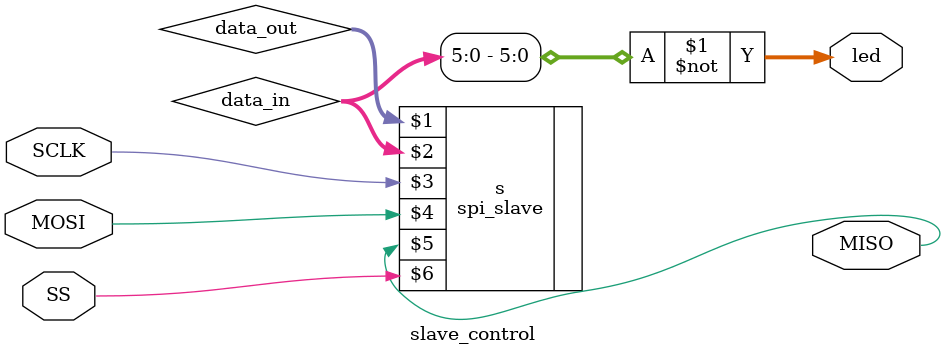
<source format=v>
module slave_control
(
	output [5:0] led,

	input SCLK,
	input MOSI,
	output MISO,
	input SS
);

reg [7:0] data_out;
wire [7:0] data_in;

spi_slave s (data_out, data_in, SCLK, MOSI, MISO, SS);

assign led = ~data_in[5:0];

endmodule
</source>
